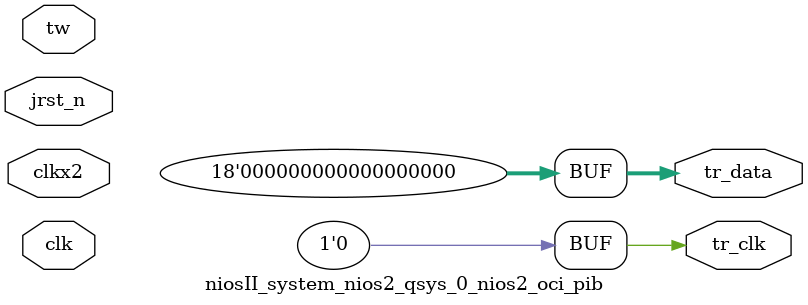
<source format=v>
module niosII_system_nios2_qsys_0_nios2_oci_pib (
                                                   clk,
                                                   clkx2,
                                                   jrst_n,
                                                   tw,
                                                   tr_clk,
                                                   tr_data
                                                )
;
  output           tr_clk;
  output  [ 17: 0] tr_data;
  input            clk;
  input            clkx2;
  input            jrst_n;
  input   [ 35: 0] tw;
  wire             phase;
  wire             tr_clk;
  reg              tr_clk_reg ;
  wire    [ 17: 0] tr_data;
  reg     [ 17: 0] tr_data_reg ;
  reg              x1 ;
  reg              x2 ;
  assign phase = x1^x2;
  always @(posedge clk or negedge jrst_n)
    begin
      if (jrst_n == 0)
          x1 <= 0;
      else 
        x1 <= ~x1;
    end
  always @(posedge clkx2 or negedge jrst_n)
    begin
      if (jrst_n == 0)
        begin
          x2 <= 0;
          tr_clk_reg <= 0;
          tr_data_reg <= 0;
        end
      else 
        begin
          x2 <= x1;
          tr_clk_reg <= ~phase;
          tr_data_reg <= phase ?   tw[17 : 0] :   tw[35 : 18];
        end
    end
  assign tr_clk = 0 ? tr_clk_reg : 0;
  assign tr_data = 0 ? tr_data_reg : 0;
endmodule
</source>
